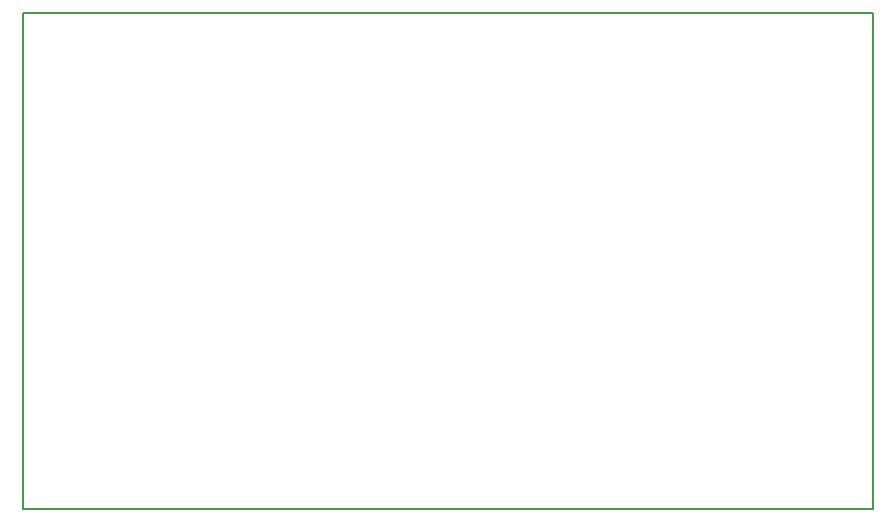
<source format=gbr>
%TF.GenerationSoftware,KiCad,Pcbnew,7.0.5-0*%
%TF.CreationDate,2023-07-09T14:34:54+02:00*%
%TF.ProjectId,pirate-pcb,70697261-7465-42d7-9063-622e6b696361,1A*%
%TF.SameCoordinates,Original*%
%TF.FileFunction,Profile,NP*%
%FSLAX46Y46*%
G04 Gerber Fmt 4.6, Leading zero omitted, Abs format (unit mm)*
G04 Created by KiCad (PCBNEW 7.0.5-0) date 2023-07-09 14:34:54*
%MOMM*%
%LPD*%
G01*
G04 APERTURE LIST*
%TA.AperFunction,Profile*%
%ADD10C,0.200000*%
%TD*%
G04 APERTURE END LIST*
D10*
X114000000Y-85000000D02*
X186000000Y-85000000D01*
X186000000Y-127000000D01*
X114000000Y-127000000D01*
X114000000Y-85000000D01*
M02*

</source>
